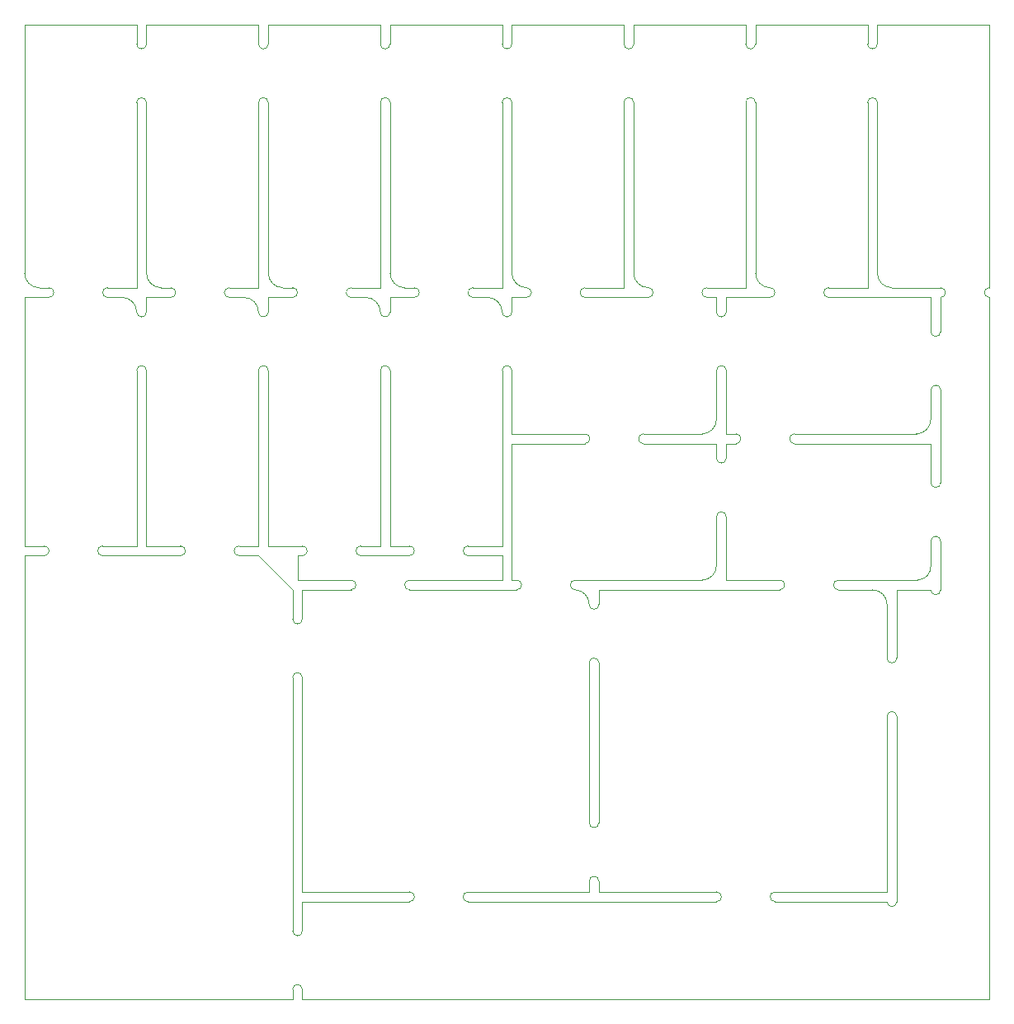
<source format=gbr>
%TF.GenerationSoftware,KiCad,Pcbnew,(6.0.4)*%
%TF.CreationDate,2022-06-03T20:27:28+02:00*%
%TF.ProjectId,vestmannaeyjar-rounded,76657374-6d61-46e6-9e61-65796a61722d,rev?*%
%TF.SameCoordinates,Original*%
%TF.FileFunction,Profile,NP*%
%FSLAX46Y46*%
G04 Gerber Fmt 4.6, Leading zero omitted, Abs format (unit mm)*
G04 Created by KiCad (PCBNEW (6.0.4)) date 2022-06-03 20:27:28*
%MOMM*%
%LPD*%
G01*
G04 APERTURE LIST*
%TA.AperFunction,Profile*%
%ADD10C,0.100000*%
%TD*%
G04 APERTURE END LIST*
D10*
X33000000Y-45495000D02*
G75*
G03*
X34500000Y-46995000I1500000J0D01*
G01*
X33000000Y-45495000D02*
X33000000Y-27995000D01*
X119500000Y-46995000D02*
X119500000Y-19995000D01*
X113500000Y-77995000D02*
G75*
G03*
X114500000Y-77995000I500000J0D01*
G01*
X108000000Y-45495000D02*
X108000000Y-27995000D01*
X119500000Y-119995000D02*
X49000000Y-119995000D01*
X110000000Y-77995000D02*
X113500000Y-77995000D01*
X45500000Y-55495000D02*
G75*
G03*
X44500000Y-55495000I-500000J0D01*
G01*
X109000000Y-109995000D02*
G75*
G03*
X110000000Y-109995000I500000J0D01*
G01*
X20500000Y-47995000D02*
X23000000Y-47995000D01*
X48000000Y-86995000D02*
X48000000Y-112995000D01*
X66000000Y-74495000D02*
X69500000Y-74495000D01*
X33000000Y-47995000D02*
X33000000Y-49495000D01*
X72000000Y-47995000D02*
G75*
G03*
X72000000Y-46995000I0J500000D01*
G01*
X66000000Y-73495000D02*
G75*
G03*
X66000000Y-74495000I0J-500000D01*
G01*
X92500000Y-70495000D02*
G75*
G03*
X91500000Y-70495000I-500000J0D01*
G01*
X32000000Y-21995000D02*
G75*
G03*
X33000000Y-21995000I500000J0D01*
G01*
X23000000Y-46995000D02*
X22000000Y-46995000D01*
X58000000Y-55495000D02*
G75*
G03*
X57000000Y-55495000I-500000J0D01*
G01*
X42500000Y-73495000D02*
G75*
G03*
X42500000Y-74495000I0J-500000D01*
G01*
X69500000Y-21995000D02*
X69500000Y-19995000D01*
X22500000Y-73495000D02*
X20500000Y-73495000D01*
X48000000Y-80995000D02*
X48000000Y-77995000D01*
X45500000Y-45495000D02*
X45500000Y-27995000D01*
X78430000Y-85495000D02*
X78430000Y-101895000D01*
X83000000Y-45495000D02*
X83000000Y-27995000D01*
X112000000Y-61995000D02*
G75*
G03*
X113500000Y-60495000I0J1500000D01*
G01*
X44500000Y-21995000D02*
G75*
G03*
X45500000Y-21995000I500000J0D01*
G01*
X36500000Y-74495000D02*
G75*
G03*
X36500000Y-73495000I0J500000D01*
G01*
X45500000Y-73495000D02*
X49000000Y-73495000D01*
X48000000Y-80995000D02*
G75*
G03*
X49000000Y-80995000I500000J0D01*
G01*
X28500000Y-73495000D02*
G75*
G03*
X28500000Y-74495000I0J-500000D01*
G01*
X92500000Y-64495000D02*
X92500000Y-62995000D01*
X113500000Y-51495000D02*
X113500000Y-47995000D01*
X108000000Y-19995000D02*
X108000000Y-21995000D01*
X84500000Y-47995000D02*
G75*
G03*
X84500000Y-46995000I0J500000D01*
G01*
X32000000Y-19995000D02*
X20500000Y-19995000D01*
X79430000Y-79495000D02*
X79430000Y-77995000D01*
X110000000Y-90995000D02*
G75*
G03*
X109000000Y-90995000I-500000J0D01*
G01*
X30500000Y-47995000D02*
X29000000Y-47995000D01*
X97500000Y-109995000D02*
X108500000Y-109995000D01*
X69500000Y-19995000D02*
X58000000Y-19995000D01*
X91500000Y-46995000D02*
X90500000Y-46995000D01*
X94500000Y-21995000D02*
X94500000Y-19995000D01*
X57000000Y-46995000D02*
X57000000Y-27995000D01*
X70500000Y-19995000D02*
X70500000Y-21995000D01*
X54000000Y-46995000D02*
X57000000Y-46995000D01*
X70500000Y-45495000D02*
X70500000Y-27995000D01*
X119500000Y-47995000D02*
X119500000Y-119995000D01*
X78000000Y-61995000D02*
X70500000Y-61995000D01*
X48000000Y-112995000D02*
G75*
G03*
X49000000Y-112995000I500000J0D01*
G01*
X69500000Y-74495000D02*
X69500000Y-76995000D01*
X92500000Y-61995000D02*
X93500000Y-61995000D01*
X33000000Y-19995000D02*
X33000000Y-21995000D01*
X99500000Y-61995000D02*
G75*
G03*
X99500000Y-62995000I0J-500000D01*
G01*
X33000000Y-55495000D02*
G75*
G03*
X32000000Y-55495000I-500000J0D01*
G01*
X92500000Y-62995000D02*
X93500000Y-62995000D01*
X82000000Y-19995000D02*
X70500000Y-19995000D01*
X58000000Y-45495000D02*
X58000000Y-27995000D01*
X92500000Y-55495000D02*
G75*
G03*
X91500000Y-55495000I-500000J0D01*
G01*
X44500000Y-49495000D02*
G75*
G03*
X45500000Y-49495000I500000J0D01*
G01*
X103000000Y-46995000D02*
G75*
G03*
X103000000Y-47995000I0J-500000D01*
G01*
X84500000Y-47995000D02*
X78000000Y-47995000D01*
X83000000Y-19995000D02*
X83000000Y-21995000D01*
X60000000Y-77995000D02*
X71000000Y-77995000D01*
X78430056Y-79495000D02*
G75*
G03*
X77000000Y-77995000I-1491956J9300D01*
G01*
X114500000Y-72995000D02*
G75*
G03*
X113500000Y-72995000I-500000J0D01*
G01*
X49000000Y-77995000D02*
X49000000Y-80995000D01*
X109000000Y-90995000D02*
X109000000Y-108995000D01*
X29000000Y-46995000D02*
X32000000Y-46995000D01*
X44500000Y-21995000D02*
X44500000Y-19995000D01*
X92500000Y-61995000D02*
X92500000Y-55495000D01*
X107000000Y-21995000D02*
G75*
G03*
X108000000Y-21995000I500000J0D01*
G01*
X94500000Y-19995000D02*
X83000000Y-19995000D01*
X83000000Y-27995000D02*
G75*
G03*
X82000000Y-27995000I-500000J0D01*
G01*
X79430000Y-85495000D02*
X79430000Y-101895000D01*
X108500000Y-109995000D02*
X109000000Y-109995000D01*
X91500000Y-64495000D02*
G75*
G03*
X92500000Y-64495000I500000J0D01*
G01*
X70500000Y-76995000D02*
X70500000Y-62995000D01*
X60000000Y-73495000D02*
X58000000Y-73495000D01*
X44500000Y-73495000D02*
X42500000Y-73495000D01*
X57000000Y-21995000D02*
X57000000Y-19995000D01*
X113500000Y-66995000D02*
X113500000Y-62995000D01*
X113500000Y-66995000D02*
G75*
G03*
X114500000Y-66995000I500000J0D01*
G01*
X48000000Y-46995000D02*
X47000000Y-46995000D01*
X91500000Y-109995000D02*
X66000000Y-109995000D01*
X91500000Y-49495000D02*
X91500000Y-47995000D01*
X113500000Y-51495000D02*
G75*
G03*
X114500000Y-51495000I500000J0D01*
G01*
X82000000Y-21995000D02*
X82000000Y-19995000D01*
X35500000Y-47995000D02*
G75*
G03*
X35500000Y-46995000I0J500000D01*
G01*
X35500000Y-46995000D02*
X34500000Y-46995000D01*
X71000000Y-77995000D02*
G75*
G03*
X71000000Y-76995000I0J500000D01*
G01*
X49000000Y-118995000D02*
G75*
G03*
X48000000Y-118995000I-500000J0D01*
G01*
X57000000Y-21995000D02*
G75*
G03*
X58000000Y-21995000I500000J0D01*
G01*
X95500000Y-45495000D02*
X95500000Y-27995000D01*
X48500000Y-76995000D02*
X54000000Y-76995000D01*
X66000000Y-108995000D02*
X78430000Y-108995000D01*
X32000000Y-46995000D02*
X32000000Y-27995000D01*
X109000000Y-79495000D02*
X109000000Y-84995000D01*
X69500000Y-49495000D02*
G75*
G03*
X68000000Y-47995000I-1500000J0D01*
G01*
X45500000Y-19995000D02*
X45500000Y-21995000D01*
X82000000Y-46995000D02*
X82000000Y-27995000D01*
X69500000Y-76995000D02*
X60000000Y-76995000D01*
X60000000Y-109995000D02*
X49000000Y-109995000D01*
X108000000Y-27995000D02*
G75*
G03*
X107000000Y-27995000I-500000J0D01*
G01*
X49000000Y-112995000D02*
X49000000Y-109995000D01*
X112100000Y-76995000D02*
X104000000Y-76995000D01*
X79430000Y-108995000D02*
X79430000Y-107895000D01*
X90000000Y-76995000D02*
X77000000Y-76995000D01*
X48500000Y-76995000D02*
X48500000Y-74495000D01*
X66500000Y-46995000D02*
G75*
G03*
X66500000Y-47995000I0J-500000D01*
G01*
X113500000Y-75495000D02*
X113500000Y-72995000D01*
X91500000Y-108995000D02*
X79430000Y-108995000D01*
X60000000Y-74495000D02*
G75*
G03*
X60000000Y-73495000I0J500000D01*
G01*
X58000000Y-27995000D02*
G75*
G03*
X57000000Y-27995000I-500000J0D01*
G01*
X112100000Y-76995036D02*
G75*
G03*
X113500000Y-75495000I0J1403336D01*
G01*
X58000000Y-45495000D02*
G75*
G03*
X59500000Y-46995000I1500000J0D01*
G01*
X44500000Y-55495000D02*
X44500000Y-73495000D01*
X92500000Y-47995000D02*
X92500000Y-49495000D01*
X72000000Y-47995000D02*
X70500000Y-47995000D01*
X36500000Y-73495000D02*
X33000000Y-73495000D01*
X107000000Y-19995000D02*
X95500000Y-19995000D01*
X44500000Y-46995000D02*
X44500000Y-27995000D01*
X45500000Y-45495000D02*
G75*
G03*
X47000000Y-46995000I1500000J0D01*
G01*
X78000000Y-62995000D02*
G75*
G03*
X78000000Y-61995000I0J500000D01*
G01*
X68000000Y-47995000D02*
X66500000Y-47995000D01*
X92500000Y-76995000D02*
X92500000Y-70495000D01*
X58000000Y-19995000D02*
X58000000Y-21995000D01*
X91500000Y-49495000D02*
G75*
G03*
X92500000Y-49495000I500000J0D01*
G01*
X69500000Y-73495000D02*
X66000000Y-73495000D01*
X55500000Y-47995000D02*
X54000000Y-47995000D01*
X94500000Y-46995000D02*
X94500000Y-27995000D01*
X91500000Y-109995000D02*
G75*
G03*
X91500000Y-108995000I0J500000D01*
G01*
X32000000Y-21995000D02*
X32000000Y-19995000D01*
X107000000Y-21995000D02*
X107000000Y-19995000D01*
X60500000Y-47995000D02*
X58000000Y-47995000D01*
X54000000Y-46995000D02*
G75*
G03*
X54000000Y-47995000I0J-500000D01*
G01*
X45500000Y-73495000D02*
X45500000Y-55495000D01*
X119500000Y-46995000D02*
G75*
G03*
X119500000Y-47995000I0J-500000D01*
G01*
X44500000Y-49495000D02*
G75*
G03*
X43000000Y-47995000I-1500000J0D01*
G01*
X44500000Y-74495000D02*
X48000000Y-77995000D01*
X98000000Y-77995000D02*
G75*
G03*
X98000000Y-76995000I0J500000D01*
G01*
X22500000Y-74495000D02*
G75*
G03*
X22500000Y-73495000I0J500000D01*
G01*
X110000000Y-84995000D02*
X110000000Y-77995000D01*
X97500000Y-108995000D02*
X109000000Y-108995000D01*
X94500000Y-21995000D02*
G75*
G03*
X95500000Y-21995000I500000J0D01*
G01*
X45500000Y-47995000D02*
X45500000Y-49495000D01*
X57000000Y-19995000D02*
X45500000Y-19995000D01*
X91500000Y-62995000D02*
X91500000Y-64495000D01*
X58000000Y-49495000D02*
X58000000Y-47995000D01*
X57000000Y-55495000D02*
X57000000Y-73495000D01*
X69500000Y-46995000D02*
X69500000Y-27995000D01*
X20500000Y-73495000D02*
X20500000Y-47995000D01*
X48000000Y-119995000D02*
X20500000Y-119995000D01*
X99500000Y-62995000D02*
X113500000Y-62995000D01*
X54000000Y-77995000D02*
X49000000Y-77995000D01*
X90500000Y-47995000D02*
X91500000Y-47995000D01*
X90000000Y-61995000D02*
G75*
G03*
X91500000Y-60495000I0J1500000D01*
G01*
X70500000Y-45495000D02*
G75*
G03*
X72000000Y-46995000I1500000J0D01*
G01*
X48500000Y-74495000D02*
X49000000Y-74495000D01*
X95500000Y-19995000D02*
X95500000Y-21995000D01*
X60500000Y-46995000D02*
X59500000Y-46995000D01*
X20500000Y-74495000D02*
X22500000Y-74495000D01*
X44500000Y-19995000D02*
X33000000Y-19995000D01*
X78430000Y-107895000D02*
X78430000Y-108995000D01*
X114500000Y-57495000D02*
G75*
G03*
X113500000Y-57495000I-500000J0D01*
G01*
X49000000Y-91995000D02*
X49000000Y-86995000D01*
X79430000Y-77995000D02*
X98000000Y-77995000D01*
X108000000Y-45495000D02*
G75*
G03*
X109500000Y-46995000I1500000J0D01*
G01*
X114500000Y-72995000D02*
X114500000Y-77995000D01*
X32000000Y-49495000D02*
G75*
G03*
X33000000Y-49495000I500000J0D01*
G01*
X48000000Y-118995000D02*
X48000000Y-119995000D01*
X70500000Y-55495000D02*
G75*
G03*
X69500000Y-55495000I-500000J0D01*
G01*
X107000000Y-46995000D02*
X107000000Y-27995000D01*
X28500000Y-74495000D02*
X36500000Y-74495000D01*
X41500000Y-46995000D02*
X44500000Y-46995000D01*
X114500000Y-46995000D02*
X109500000Y-46995000D01*
X84000000Y-61995000D02*
G75*
G03*
X84000000Y-62995000I0J-500000D01*
G01*
X69500000Y-21995000D02*
G75*
G03*
X70500000Y-21995000I500000J0D01*
G01*
X79000000Y-46995000D02*
X82000000Y-46995000D01*
X91500000Y-55495000D02*
X91500000Y-60495000D01*
X112000000Y-61995000D02*
X99500000Y-61995000D01*
X95500000Y-45495000D02*
G75*
G03*
X97000000Y-46995000I1500000J0D01*
G01*
X32000000Y-55495000D02*
X32000000Y-73495000D01*
X55000000Y-73495000D02*
G75*
G03*
X55000000Y-74495000I0J-500000D01*
G01*
X104000000Y-76995000D02*
G75*
G03*
X104000000Y-77995000I0J-500000D01*
G01*
X60500000Y-47995000D02*
G75*
G03*
X60500000Y-46995000I0J500000D01*
G01*
X90500000Y-46995000D02*
G75*
G03*
X90500000Y-47995000I0J-500000D01*
G01*
X23000000Y-47995000D02*
G75*
G03*
X23000000Y-46995000I0J500000D01*
G01*
X78430000Y-79495000D02*
G75*
G03*
X79430000Y-79495000I500000J0D01*
G01*
X114500000Y-47995000D02*
X114500000Y-51495000D01*
X66000000Y-108995000D02*
G75*
G03*
X66000000Y-109995000I0J-500000D01*
G01*
X54000000Y-77995000D02*
G75*
G03*
X54000000Y-76995000I0J500000D01*
G01*
X82000000Y-21995000D02*
G75*
G03*
X83000000Y-21995000I500000J0D01*
G01*
X42500000Y-74495000D02*
X44500000Y-74495000D01*
X109000000Y-79495000D02*
G75*
G03*
X107500000Y-77995000I-1500000J0D01*
G01*
X32000000Y-73495000D02*
X28500000Y-73495000D01*
X57000000Y-73495000D02*
X55000000Y-73495000D01*
X33000000Y-47995000D02*
X35500000Y-47995000D01*
X20500000Y-45495000D02*
G75*
G03*
X22000000Y-46995000I1500000J0D01*
G01*
X78430000Y-101895000D02*
G75*
G03*
X79430000Y-101895000I500000J0D01*
G01*
X49000000Y-86995000D02*
G75*
G03*
X48000000Y-86995000I-500000J0D01*
G01*
X103000000Y-47995000D02*
X113500000Y-47995000D01*
X60000000Y-108995000D02*
X49000000Y-108995000D01*
X20500000Y-45495000D02*
X20500000Y-19995000D01*
X69500000Y-49495000D02*
G75*
G03*
X70500000Y-49495000I500000J0D01*
G01*
X103000000Y-46995000D02*
X107000000Y-46995000D01*
X109000000Y-84995000D02*
G75*
G03*
X110000000Y-84995000I500000J0D01*
G01*
X97500000Y-108995000D02*
G75*
G03*
X97500000Y-109995000I0J-500000D01*
G01*
X79430000Y-107895000D02*
G75*
G03*
X78430000Y-107895000I-500000J0D01*
G01*
X70500000Y-49495000D02*
X70500000Y-47995000D01*
X70500000Y-61995000D02*
X70500000Y-55495000D01*
X49000000Y-118995000D02*
X49000000Y-119995000D01*
X110000000Y-90995000D02*
X110000000Y-109995000D01*
X91500000Y-46995000D02*
X94500000Y-46995000D01*
X83000000Y-45495000D02*
G75*
G03*
X84500000Y-46995000I1500000J0D01*
G01*
X93500000Y-62995000D02*
G75*
G03*
X93500000Y-61995000I0J500000D01*
G01*
X20500000Y-119995000D02*
X20500000Y-74495000D01*
X29000000Y-46995000D02*
G75*
G03*
X29000000Y-47995000I0J-500000D01*
G01*
X79430000Y-85495000D02*
G75*
G03*
X78430000Y-85495000I-500000J0D01*
G01*
X91500000Y-70495000D02*
X91500000Y-75495000D01*
X70500000Y-27995000D02*
G75*
G03*
X69500000Y-27995000I-500000J0D01*
G01*
X45500000Y-27995000D02*
G75*
G03*
X44500000Y-27995000I-500000J0D01*
G01*
X95500000Y-27995000D02*
G75*
G03*
X94500000Y-27995000I-500000J0D01*
G01*
X113500000Y-57495000D02*
X113500000Y-60495000D01*
X92500000Y-47995000D02*
X97000000Y-47995000D01*
X114500000Y-57495000D02*
X114500000Y-66995000D01*
X49000000Y-74495000D02*
G75*
G03*
X49000000Y-73495000I0J500000D01*
G01*
X60000000Y-109995000D02*
G75*
G03*
X60000000Y-108995000I0J500000D01*
G01*
X119500000Y-19995000D02*
X108000000Y-19995000D01*
X41500000Y-46995000D02*
G75*
G03*
X41500000Y-47995000I0J-500000D01*
G01*
X69500000Y-55495000D02*
X69500000Y-73495000D01*
X114500000Y-47995000D02*
G75*
G03*
X114500000Y-46995000I0J500000D01*
G01*
X57000000Y-49495000D02*
G75*
G03*
X58000000Y-49495000I500000J0D01*
G01*
X98000000Y-76995000D02*
X92500000Y-76995000D01*
X90000000Y-76995000D02*
G75*
G03*
X91500000Y-75495000I0J1500000D01*
G01*
X32000000Y-49495000D02*
G75*
G03*
X30500000Y-47995000I-1500000J0D01*
G01*
X84000000Y-62995000D02*
X91500000Y-62995000D01*
X33000000Y-73495000D02*
X33000000Y-55495000D01*
X79000000Y-46995000D02*
X78000000Y-46995000D01*
X48000000Y-47995000D02*
G75*
G03*
X48000000Y-46995000I0J500000D01*
G01*
X33000000Y-27995000D02*
G75*
G03*
X32000000Y-27995000I-500000J0D01*
G01*
X43000000Y-47995000D02*
X41500000Y-47995000D01*
X60000000Y-74495000D02*
X55000000Y-74495000D01*
X70500000Y-62995000D02*
X78000000Y-62995000D01*
X97000000Y-47995000D02*
G75*
G03*
X97000000Y-46995000I0J500000D01*
G01*
X49000000Y-91995000D02*
X49000000Y-108995000D01*
X57000000Y-49495000D02*
G75*
G03*
X55500000Y-47995000I-1500000J0D01*
G01*
X77000000Y-76995000D02*
G75*
G03*
X77000000Y-77995000I0J-500000D01*
G01*
X66500000Y-46995000D02*
X69500000Y-46995000D01*
X58000000Y-73495000D02*
X58000000Y-55495000D01*
X84000000Y-61995000D02*
X90000000Y-61995000D01*
X104000000Y-77995000D02*
X107500000Y-77995000D01*
X48000000Y-47995000D02*
X45500000Y-47995000D01*
X70500000Y-76995000D02*
X71000000Y-76995000D01*
X78000000Y-46995000D02*
G75*
G03*
X78000000Y-47995000I0J-500000D01*
G01*
X60000000Y-76995000D02*
G75*
G03*
X60000000Y-77995000I0J-500000D01*
G01*
M02*

</source>
